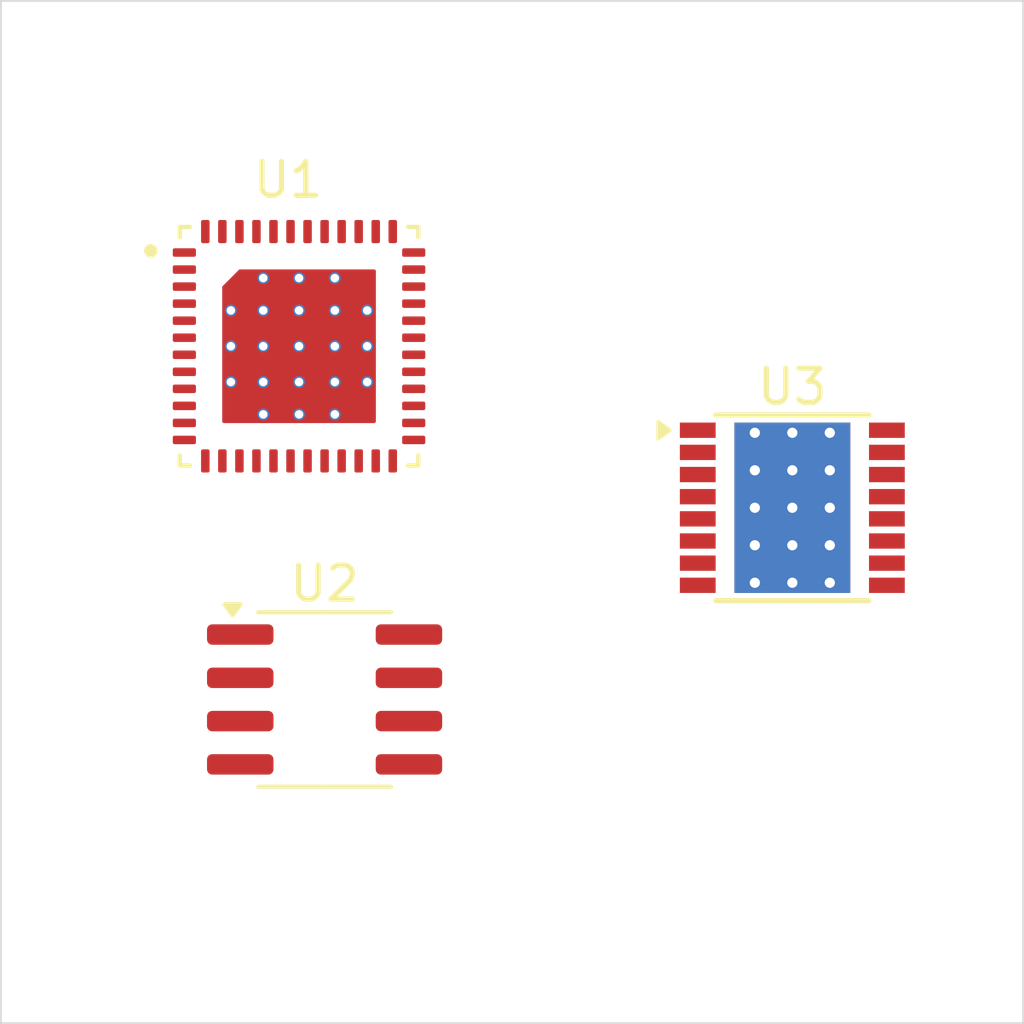
<source format=kicad_pcb>
(kicad_pcb (version 20240108) (generator "pcbnew") (generator_version "8.0")
  (layers (0 "F.Cu" signal) (31 "B.Cu" signal) (34 "B.Paste" user) (35 "F.Paste" user) (36 "B.SilkS" user "B.Silkscreen") (37 "F.SilkS" user "F.Silkscreen") (38 "B.Mask" user) (39 "F.Mask" user) (44 "Edge.Cuts" user))
  (net 0 "")
  (net 24 "Net-(U1-VDDA-Pad1)")
  (net 28 "Net-(U1-VDDA3P3-Pad3)")
  (footprint "Package_SO:SOIC-8_3.9x4.9mm_P1.27mm" (layer "F.Cu") (at 67.5 98.5)
    (property "Reference" "U2" (at 0 -3.4 0) (layer "F.SilkS"))
    (property "Value" "MCP2551-I-SN")
    (fp_line (start 0 -2.56) (end -1.95 -2.56) (stroke (width 0.12)) (layer "F.SilkS"))
    (fp_line (start 0 -2.56) (end 1.95 -2.56) (stroke (width 0.12)) (layer "F.SilkS"))
    (fp_line (start 0 2.56) (end -1.95 2.56) (stroke (width 0.12)) (layer "F.SilkS"))
    (fp_line (start 0 2.56) (end 1.95 2.56) (stroke (width 0.12)) (layer "F.SilkS"))
    (fp_poly (pts (xy -2.7 -2.465) (xy -2.94 -2.795) (xy -2.46 -2.795) (xy -2.7 -2.465)) (stroke (width 0.12)) (fill solid) (layer "F.SilkS"))
    (pad "1" smd roundrect (at -2.475 -1.905) (size 1.95 0.6) (layers "F.Cu" "F.Paste" "F.Mask"))
    (pad "2" smd roundrect (at -2.475 -0.635) (size 1.95 0.6) (layers "F.Cu" "F.Paste" "F.Mask"))
    (pad "3" smd roundrect (at -2.475 0.635) (size 1.95 0.6) (layers "F.Cu" "F.Paste" "F.Mask"))
    (pad "4" smd roundrect (at -2.475 1.905) (size 1.95 0.6) (layers "F.Cu" "F.Paste" "F.Mask"))
    (pad "5" smd roundrect (at 2.475 1.905) (size 1.95 0.6) (layers "F.Cu" "F.Paste" "F.Mask"))
    (pad "6" smd roundrect (at 2.475 0.635) (size 1.95 0.6) (layers "F.Cu" "F.Paste" "F.Mask"))
    (pad "7" smd roundrect (at 2.475 -0.635) (size 1.95 0.6) (layers "F.Cu" "F.Paste" "F.Mask"))
    (pad "8" smd roundrect (at 2.475 -1.905) (size 1.95 0.6) (layers "F.Cu" "F.Paste" "F.Mask"))
  )
  (footprint "ESP32-Pico:ESP32-PICO-V3-02" (layer "F.Cu") (at 66.75 88.135)
    (property "Reference" "U1" (at -0.325 -4.885 0) (layer "F.SilkS"))
    (property "Value" "ESP32-PICO-V3-02")
    (fp_line (start -3.5 -3.5) (end -3.2 -3.5) (stroke (width 0.127)) (layer "F.SilkS"))
    (fp_line (start -3.5 -3.2) (end -3.5 -3.5) (stroke (width 0.127)) (layer "F.SilkS"))
    (fp_line (start -3.5 3.5) (end -3.5 3.2) (stroke (width 0.127)) (layer "F.SilkS"))
    (fp_line (start -3.2 3.5) (end -3.5 3.5) (stroke (width 0.127)) (layer "F.SilkS"))
    (fp_line (start 3.2 -3.5) (end 3.5 -3.5) (stroke (width 0.127)) (layer "F.SilkS"))
    (fp_line (start 3.5 -3.5) (end 3.5 -3.2) (stroke (width 0.127)) (layer "F.SilkS"))
    (fp_line (start 3.5 3.2) (end 3.5 3.5) (stroke (width 0.127)) (layer "F.SilkS"))
    (fp_line (start 3.5 3.5) (end 3.2 3.5) (stroke (width 0.127)) (layer "F.SilkS"))
    (fp_circle (center -4.35 -2.8) (end -4.25 -2.8) (stroke (width 0.2)) (fill none) (layer "F.SilkS"))
    (pad "1" smd roundrect (at -3.365 -2.75) (size 0.68 0.25) (layers "F.Cu") (roundrect_rratio 0.2) (net 24 "Net-(U1-VDDA-Pad1)"))
    (pad "2" smd roundrect (at -3.365 -2.25) (size 0.68 0.25) (layers "F.Cu") (roundrect_rratio 0.2))
    (pad "3" smd roundrect (at -3.365 -1.75) (size 0.68 0.25) (layers "F.Cu") (roundrect_rratio 0.2) (net 28 "Net-(U1-VDDA3P3-Pad3)"))
    (pad "4" smd roundrect (at -3.365 -1.25) (size 0.68 0.25) (layers "F.Cu") (roundrect_rratio 0.2) (net 28 "Net-(U1-VDDA3P3-Pad3)"))
    (pad "5" smd roundrect (at -3.365 -0.75) (size 0.68 0.25) (layers "F.Cu") (roundrect_rratio 0.2))
    (pad "6" smd roundrect (at -3.365 -0.25) (size 0.68 0.25) (layers "F.Cu") (roundrect_rratio 0.2))
    (pad "7" smd roundrect (at -3.365 0.25) (size 0.68 0.25) (layers "F.Cu") (roundrect_rratio 0.2))
    (pad "8" smd roundrect (at -3.365 0.75) (size 0.68 0.25) (layers "F.Cu") (roundrect_rratio 0.2))
    (pad "9" smd roundrect (at -3.365 1.25) (size 0.68 0.25) (layers "F.Cu") (roundrect_rratio 0.2))
    (pad "10" smd roundrect (at -3.365 1.75) (size 0.68 0.25) (layers "F.Cu") (roundrect_rratio 0.2))
    (pad "11" smd roundrect (at -3.365 2.25) (size 0.68 0.25) (layers "F.Cu") (roundrect_rratio 0.2))
    (pad "12" smd roundrect (at -3.365 2.75) (size 0.68 0.25) (layers "F.Cu") (roundrect_rratio 0.2))
    (pad "13" smd roundrect (at -2.75 3.365) (size 0.25 0.68) (layers "F.Cu") (roundrect_rratio 0.2))
    (pad "14" smd roundrect (at -2.25 3.365) (size 0.25 0.68) (layers "F.Cu") (roundrect_rratio 0.2))
    (pad "15" smd roundrect (at -1.75 3.365) (size 0.25 0.68) (layers "F.Cu") (roundrect_rratio 0.2))
    (pad "16" smd roundrect (at -1.25 3.365) (size 0.25 0.68) (layers "F.Cu") (roundrect_rratio 0.2))
    (pad "17" smd roundrect (at -0.75 3.365) (size 0.25 0.68) (layers "F.Cu") (roundrect_rratio 0.2))
    (pad "18" smd roundrect (at -0.25 3.365) (size 0.25 0.68) (layers "F.Cu") (roundrect_rratio 0.2))
    (pad "19" smd roundrect (at 0.25 3.365) (size 0.25 0.68) (layers "F.Cu") (roundrect_rratio 0.2))
    (pad "20" smd roundrect (at 0.75 3.365) (size 0.25 0.68) (layers "F.Cu") (roundrect_rratio 0.2))
    (pad "21" smd roundrect (at 1.25 3.365) (size 0.25 0.68) (layers "F.Cu") (roundrect_rratio 0.2))
    (pad "22" smd roundrect (at 1.75 3.365) (size 0.25 0.68) (layers "F.Cu") (roundrect_rratio 0.2))
    (pad "23" smd roundrect (at 2.25 3.365) (size 0.25 0.68) (layers "F.Cu") (roundrect_rratio 0.2))
    (pad "24" smd roundrect (at 2.75 3.365) (size 0.25 0.68) (layers "F.Cu") (roundrect_rratio 0.2))
    (pad "25" smd roundrect (at 3.365 2.75) (size 0.68 0.25) (layers "F.Cu") (roundrect_rratio 0.2))
    (pad "26" smd roundrect (at 3.365 2.25) (size 0.68 0.25) (layers "F.Cu") (roundrect_rratio 0.2))
    (pad "27" smd roundrect (at 3.365 1.75) (size 0.68 0.25) (layers "F.Cu") (roundrect_rratio 0.2))
    (pad "28" smd roundrect (at 3.365 1.25) (size 0.68 0.25) (layers "F.Cu") (roundrect_rratio 0.2))
    (pad "29" smd roundrect (at 3.365 0.75) (size 0.68 0.25) (layers "F.Cu") (roundrect_rratio 0.2))
    (pad "30" smd roundrect (at 3.365 0.25) (size 0.68 0.25) (layers "F.Cu") (roundrect_rratio 0.2))
    (pad "31" smd roundrect (at 3.365 -0.25) (size 0.68 0.25) (layers "F.Cu") (roundrect_rratio 0.2))
    (pad "32" smd roundrect (at 3.365 -0.75) (size 0.68 0.25) (layers "F.Cu") (roundrect_rratio 0.2))
    (pad "33" smd roundrect (at 3.365 -1.25) (size 0.68 0.25) (layers "F.Cu") (roundrect_rratio 0.2))
    (pad "34" smd roundrect (at 3.365 -1.75) (size 0.68 0.25) (layers "F.Cu") (roundrect_rratio 0.2))
    (pad "35" smd roundrect (at 3.365 -2.25) (size 0.68 0.25) (layers "F.Cu") (roundrect_rratio 0.2))
    (pad "36" smd roundrect (at 3.365 -2.75) (size 0.68 0.25) (layers "F.Cu") (roundrect_rratio 0.2))
    (pad "37" smd roundrect (at 2.75 -3.365) (size 0.25 0.68) (layers "F.Cu") (roundrect_rratio 0.2))
    (pad "38" smd roundrect (at 2.25 -3.365) (size 0.25 0.68) (layers "F.Cu") (roundrect_rratio 0.2))
    (pad "39" smd roundrect (at 1.75 -3.365) (size 0.25 0.68) (layers "F.Cu") (roundrect_rratio 0.2))
    (pad "40" smd roundrect (at 1.25 -3.365) (size 0.25 0.68) (layers "F.Cu") (roundrect_rratio 0.2))
    (pad "41" smd roundrect (at 0.75 -3.365) (size 0.25 0.68) (layers "F.Cu") (roundrect_rratio 0.2))
    (pad "42" smd roundrect (at 0.25 -3.365) (size 0.25 0.68) (layers "F.Cu") (roundrect_rratio 0.2))
    (pad "43" smd roundrect (at -0.25 -3.365) (size 0.25 0.68) (layers "F.Cu") (roundrect_rratio 0.2) (net 24 "Net-(U1-VDDA-Pad1)"))
    (pad "44" smd roundrect (at -0.75 -3.365) (size 0.25 0.68) (layers "F.Cu") (roundrect_rratio 0.2))
    (pad "45" smd roundrect (at -1.25 -3.365) (size 0.25 0.68) (layers "F.Cu") (roundrect_rratio 0.2))
    (pad "46" smd roundrect (at -1.75 -3.365) (size 0.25 0.68) (layers "F.Cu") (roundrect_rratio 0.2) (net 24 "Net-(U1-VDDA-Pad1)"))
    (pad "47" smd roundrect (at -2.25 -3.365) (size 0.25 0.68) (layers "F.Cu") (roundrect_rratio 0.2))
    (pad "48" smd roundrect (at -2.75 -3.365) (size 0.25 0.68) (layers "F.Cu") (roundrect_rratio 0.2))
    (pad "49" smd custom (at 0 0) (size 2 2) (layers "F.Cu") (options (clearance outline) (anchor rect)) (primitives (gr_poly (pts (xy 2.25 2.2) (xy 2.25 -2.2) (xy 2.25 -2.203) (xy 2.25 -2.205) (xy 2.249 -2.208) (xy 2.249 -2.21) (xy 2.248 -2.213) (xy 2.248 -2.215) (xy 2.247 -2.218) (xy 2.246 -2.22) (xy 2.245 -2.223) (xy 2.243 -2.225) (xy 2.242 -2.227) (xy 2.24 -2.229) (xy 2.239 -2.231) (xy 2.237 -2.233) (xy 2.235 -2.235) (xy 2.233 -2.237) (xy 2.231 -2.239) (xy 2.229 -2.24) (xy 2.227 -2.242) (xy 2.225 -2.243) (xy 2.223 -2.245) (xy 2.22 -2.246) (xy 2.218 -2.247) (xy 2.215 -2.248) (xy 2.213 -2.248) (xy 2.21 -2.249) (xy 2.208 -2.249) (xy 2.205 -2.25) (xy 2.203 -2.25) (xy 2.2 -2.25) (xy -1.75 -2.25) (xy -2.25 -1.75) (xy -2.25 2.2) (xy -2.25 2.203) (xy -2.25 2.205) (xy -2.249 2.208) (xy -2.249 2.21) (xy -2.248 2.213) (xy -2.248 2.215) (xy -2.247 2.218) (xy -2.246 2.22) (xy -2.245 2.223) (xy -2.243 2.225) (xy -2.242 2.227) (xy -2.24 2.229) (xy -2.239 2.231) (xy -2.237 2.233) (xy -2.235 2.235) (xy -2.233 2.237) (xy -2.231 2.239) (xy -2.229 2.24) (xy -2.227 2.242) (xy -2.225 2.243) (xy -2.223 2.245) (xy -2.22 2.246) (xy -2.218 2.247) (xy -2.215 2.248) (xy -2.213 2.248) (xy -2.21 2.249) (xy -2.208 2.249) (xy -2.205 2.25) (xy -2.203 2.25) (xy -2.2 2.25) (xy 2.2 2.25) (xy 2.203 2.25) (xy 2.205 2.25) (xy 2.208 2.249) (xy 2.21 2.249) (xy 2.213 2.248) (xy 2.215 2.248) (xy 2.218 2.247) (xy 2.22 2.246) (xy 2.223 2.245) (xy 2.225 2.243) (xy 2.227 2.242) (xy 2.229 2.24) (xy 2.231 2.239) (xy 2.233 2.237) (xy 2.235 2.235) (xy 2.237 2.233) (xy 2.239 2.231) (xy 2.24 2.229) (xy 2.242 2.227) (xy 2.243 2.225) (xy 2.245 2.223) (xy 2.246 2.22) (xy 2.247 2.218) (xy 2.248 2.215) (xy 2.248 2.213) (xy 2.249 2.21) (xy 2.249 2.208) (xy 2.25 2.205) (xy 2.25 2.203) (xy 2.25 2.2)) (width 0.01) (fill yes))))
    (pad "50" thru_hole circle (at -1.05 -2) (size 0.35 0.35) (drill 0.25) (layers "*.Cu"))
    (pad "51" thru_hole circle (at 0 -2) (size 0.35 0.35) (drill 0.25) (layers "*.Cu"))
    (pad "52" thru_hole circle (at 1.05 -2) (size 0.35 0.35) (drill 0.25) (layers "*.Cu"))
    (pad "53" thru_hole circle (at -2 -1.05) (size 0.35 0.35) (drill 0.25) (layers "*.Cu"))
    (pad "54" thru_hole circle (at -1.05 -1.05) (size 0.35 0.35) (drill 0.25) (layers "*.Cu"))
    (pad "55" thru_hole circle (at 0 -1.05) (size 0.35 0.35) (drill 0.25) (layers "*.Cu"))
    (pad "56" thru_hole circle (at 1.05 -1.05) (size 0.35 0.35) (drill 0.25) (layers "*.Cu"))
    (pad "57" thru_hole circle (at 2 -1.05) (size 0.35 0.35) (drill 0.25) (layers "*.Cu"))
    (pad "58" thru_hole circle (at -2 0) (size 0.35 0.35) (drill 0.25) (layers "*.Cu"))
    (pad "59" thru_hole circle (at -1.05 0) (size 0.35 0.35) (drill 0.25) (layers "*.Cu"))
    (pad "60" thru_hole circle (at 0 0) (size 0.35 0.35) (drill 0.25) (layers "*.Cu"))
    (pad "61" thru_hole circle (at 1.05 0) (size 0.35 0.35) (drill 0.25) (layers "*.Cu"))
    (pad "62" thru_hole circle (at 2 0) (size 0.35 0.35) (drill 0.25) (layers "*.Cu"))
    (pad "63" thru_hole circle (at -2 1.05) (size 0.35 0.35) (drill 0.25) (layers "*.Cu"))
    (pad "64" thru_hole circle (at -1.05 1.05) (size 0.35 0.35) (drill 0.25) (layers "*.Cu"))
    (pad "65" thru_hole circle (at 0 1.05) (size 0.35 0.35) (drill 0.25) (layers "*.Cu"))
    (pad "66" thru_hole circle (at 1.05 1.05) (size 0.35 0.35) (drill 0.25) (layers "*.Cu"))
    (pad "67" thru_hole circle (at 2 1.05) (size 0.35 0.35) (drill 0.25) (layers "*.Cu"))
    (pad "68" thru_hole circle (at -1.05 2) (size 0.35 0.35) (drill 0.25) (layers "*.Cu"))
    (pad "69" thru_hole circle (at 0 2) (size 0.35 0.35) (drill 0.25) (layers "*.Cu"))
    (pad "70" thru_hole circle (at 1.05 2) (size 0.35 0.35) (drill 0.25) (layers "*.Cu"))
  )
  (footprint "Package_SO:HTSSOP-16-1EP_4.4x5mm_P0.65mm_EP3.4x5mm_Mask3x3mm_ThermalVias" (layer "F.Cu") (at 81.225 92.875)
    (property "Reference" "U3" (at 0 -3.55 0) (layer "F.SilkS"))
    (property "Value" "DRV8801PWP")
    (fp_line (start -2.25 -2.725) (end 2.25 -2.725) (stroke (width 0.15)) (layer "F.SilkS"))
    (fp_line (start -2.25 2.725) (end 2.25 2.725) (stroke (width 0.15)) (layer "F.SilkS"))
    (fp_poly (pts (xy -3.6 -2.275) (xy -3.93 -2.515) (xy -3.93 -2.035) (xy -3.6 -2.275)) (stroke (width 0.12)) (fill solid) (layer "F.SilkS"))
    (pad "1" smd rect (at -2.775 -2.275) (size 1.05 0.45) (layers "F.Cu" "F.Paste" "F.Mask"))
    (pad "2" smd rect (at -2.775 -1.625) (size 1.05 0.45) (layers "F.Cu" "F.Paste" "F.Mask"))
    (pad "3" smd rect (at -2.775 -0.975) (size 1.05 0.45) (layers "F.Cu" "F.Paste" "F.Mask"))
    (pad "4" smd rect (at -2.775 -0.325) (size 1.05 0.45) (layers "F.Cu" "F.Paste" "F.Mask"))
    (pad "5" smd rect (at -2.775 0.325) (size 1.05 0.45) (layers "F.Cu" "F.Paste" "F.Mask"))
    (pad "6" smd rect (at -2.775 0.975) (size 1.05 0.45) (layers "F.Cu" "F.Paste" "F.Mask"))
    (pad "7" smd rect (at -2.775 1.625) (size 1.05 0.45) (layers "F.Cu" "F.Paste" "F.Mask"))
    (pad "8" smd rect (at -2.775 2.275) (size 1.05 0.45) (layers "F.Cu" "F.Paste" "F.Mask"))
    (pad "9" smd rect (at 2.775 2.275) (size 1.05 0.45) (layers "F.Cu" "F.Paste" "F.Mask"))
    (pad "10" smd rect (at 2.775 1.625) (size 1.05 0.45) (layers "F.Cu" "F.Paste" "F.Mask"))
    (pad "11" smd rect (at 2.775 0.975) (size 1.05 0.45) (layers "F.Cu" "F.Paste" "F.Mask"))
    (pad "12" smd rect (at 2.775 0.325) (size 1.05 0.45) (layers "F.Cu" "F.Paste" "F.Mask"))
    (pad "13" smd rect (at 2.775 -0.325) (size 1.05 0.45) (layers "F.Cu" "F.Paste" "F.Mask"))
    (pad "14" smd rect (at 2.775 -0.975) (size 1.05 0.45) (layers "F.Cu" "F.Paste" "F.Mask"))
    (pad "15" smd rect (at 2.775 -1.625) (size 1.05 0.45) (layers "F.Cu" "F.Paste" "F.Mask"))
    (pad "16" smd rect (at 2.775 -2.275) (size 1.05 0.45) (layers "F.Cu" "F.Paste" "F.Mask"))
    (pad "17" thru_hole circle (at -1.1 -2.2) (size 0.6 0.6) (drill 0.3) (layers "*.Cu"))
    (pad "17" thru_hole circle (at -1.1 -1.1) (size 0.6 0.6) (drill 0.3) (layers "*.Cu"))
    (pad "17" thru_hole circle (at -1.1 0) (size 0.6 0.6) (drill 0.3) (layers "*.Cu"))
    (pad "17" thru_hole circle (at -1.1 1.1) (size 0.6 0.6) (drill 0.3) (layers "*.Cu"))
    (pad "17" thru_hole circle (at -1.1 2.2) (size 0.6 0.6) (drill 0.3) (layers "*.Cu"))
    (pad "17" thru_hole circle (at 0 -2.2) (size 0.6 0.6) (drill 0.3) (layers "*.Cu"))
    (pad "17" thru_hole circle (at 0 -1.1) (size 0.6 0.6) (drill 0.3) (layers "*.Cu"))
    (pad "17" thru_hole circle (at 0 0) (size 0.6 0.6) (drill 0.3) (layers "*.Cu"))
    (pad "17" smd rect (at 0 0) (size 3.4 5) (layers "F.Cu"))
    (pad "17" smd rect (at 0 0) (size 3.4 5) (layers "B.Cu"))
    (pad "17" thru_hole circle (at 0 1.1) (size 0.6 0.6) (drill 0.3) (layers "*.Cu"))
    (pad "17" thru_hole circle (at 0 2.2) (size 0.6 0.6) (drill 0.3) (layers "*.Cu"))
    (pad "17" thru_hole circle (at 1.1 -2.2) (size 0.6 0.6) (drill 0.3) (layers "*.Cu"))
    (pad "17" thru_hole circle (at 1.1 -1.1) (size 0.6 0.6) (drill 0.3) (layers "*.Cu"))
    (pad "17" thru_hole circle (at 1.1 0) (size 0.6 0.6) (drill 0.3) (layers "*.Cu"))
    (pad "17" thru_hole circle (at 1.1 1.1) (size 0.6 0.6) (drill 0.3) (layers "*.Cu"))
    (pad "17" thru_hole circle (at 1.1 2.2) (size 0.6 0.6) (drill 0.3) (layers "*.Cu"))
  )
  (gr_rect (start 58 78) (end 88 108) (stroke (width 0.05)) (fill none) (layer "Edge.Cuts"))
)
</source>
